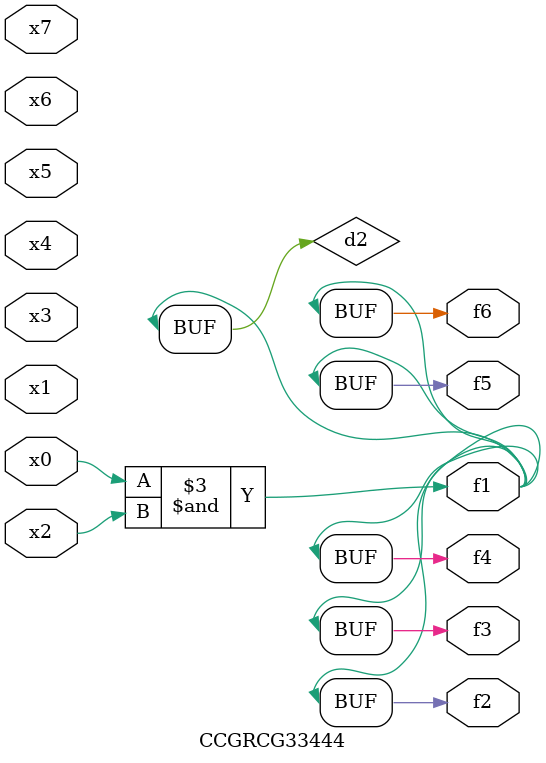
<source format=v>
module CCGRCG33444(
	input x0, x1, x2, x3, x4, x5, x6, x7,
	output f1, f2, f3, f4, f5, f6
);

	wire d1, d2;

	nor (d1, x3, x6);
	and (d2, x0, x2);
	assign f1 = d2;
	assign f2 = d2;
	assign f3 = d2;
	assign f4 = d2;
	assign f5 = d2;
	assign f6 = d2;
endmodule

</source>
